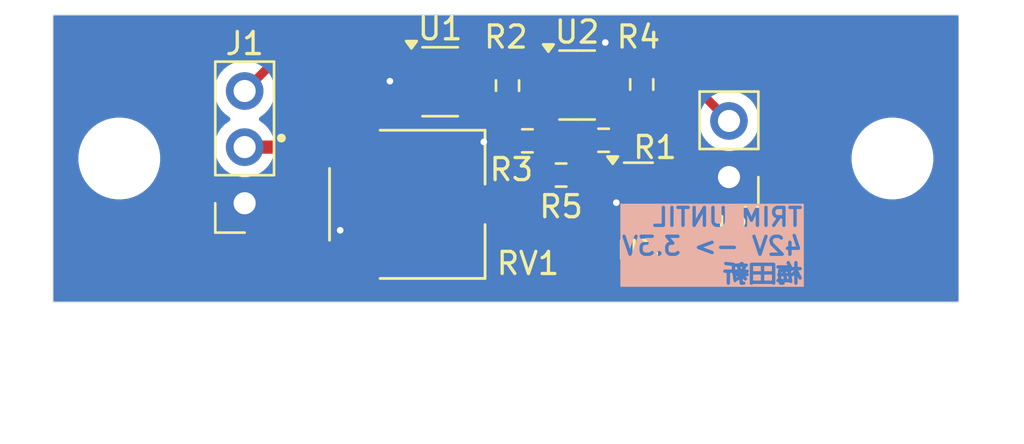
<source format=kicad_pcb>
(kicad_pcb (version 20240108) (generator "pcbnew") (generator_version "8.0")
  (title_block (rev "1"))
  (layers (0 "F.Cu" signal "Front") (31 "B.Cu" signal "Back") (34 "B.Paste" user) (35 "F.Paste" user) (36 "B.SilkS" user "B.Silkscreen") (37 "F.SilkS" user "F.Silkscreen") (38 "B.Mask" user) (39 "F.Mask" user) (44 "Edge.Cuts" user))
  (net 0 "")
  (net 1 "/V_{OUT}")
  (net 2 "GND")
  (net 3 "+5V")
  (net 4 "+BATT")
  (net 5 "+2V5")
  (net 6 "Net-(U2--)")
  (net 7 "Net-(U2-+)")
  (net 8 "Net-(U1--)")
  (net 9 "Net-(U1-+)")
  (footprint "Resistor_SMD:R_0603_1608Metric" (layer "F.Cu") (at 157.65 78.15 90)
    (property "Reference" "R4" (at 2.15 -0.15 180) (layer "F.SilkS"))
    (property "Value" "18k")
    (fp_line (start -0.237258 -0.5225) (end 0.237258 -0.5225) (stroke (width 0.12)) (layer "F.SilkS"))
    (fp_line (start -0.237258 0.5225) (end 0.237258 0.5225) (stroke (width 0.12)) (layer "F.SilkS"))
    (pad "1" smd roundrect (at -0.825 0 90) (size 0.8 0.95) (layers "F.Cu" "F.Paste" "F.Mask") (net 6 "Net-(U2--)"))
    (pad "2" smd roundrect (at 0.825 0 90) (size 0.8 0.95) (layers "F.Cu" "F.Paste" "F.Mask") (net 1 "/V_{OUT}"))
  )
  (footprint "Package_TO_SOT_SMD:SOT-23" (layer "F.Cu") (at 157.5 83.25)
    (property "Reference" "U3" (at 0 2.5 0) (layer "F.SilkS"))
    (property "Value" "LM4040DYM3-2.5-TR")
    (fp_line (start 0 -1.56) (end -0.65 -1.56) (stroke (width 0.12)) (layer "F.SilkS"))
    (fp_line (start 0 -1.56) (end 0.65 -1.56) (stroke (width 0.12)) (layer "F.SilkS"))
    (fp_line (start 0 1.56) (end -0.65 1.56) (stroke (width 0.12)) (layer "F.SilkS"))
    (fp_line (start 0 1.56) (end 0.65 1.56) (stroke (width 0.12)) (layer "F.SilkS"))
    (fp_poly (pts (xy -1.1625 -1.51) (xy -1.4025 -1.84) (xy -0.9225 -1.84) (xy -1.1625 -1.51)) (stroke (width 0.12)) (fill solid) (layer "F.SilkS"))
    (pad "1" smd roundrect (at -0.9375 -0.95) (size 1.475 0.6) (layers "F.Cu" "F.Paste" "F.Mask") (net 5 "+2V5"))
    (pad "2" smd roundrect (at -0.9375 0.95) (size 1.475 0.6) (layers "F.Cu" "F.Paste" "F.Mask") (net 2 "GND"))
    (pad "3" smd roundrect (at 0.9375 0) (size 1.475 0.6) (layers "F.Cu" "F.Paste" "F.Mask"))
  )
  (footprint "SJSU_common:Potentiometer_Bourns_3361P_Vertical" (layer "F.Cu") (at 146.8075 83.68 -90)
    (property "Reference" "RV1" (at 2.57 -5.6925 180) (layer "F.SilkS"))
    (property "Value" "5k POT")
    (fp_line (start -1.73 3.29) (end 1.52 3.29) (stroke (width 0.127)) (layer "F.SilkS"))
    (fp_line (start -3.46 -3.75) (end -3.46 1) (stroke (width 0.127)) (layer "F.SilkS"))
    (fp_line (start -1.02 -3.75) (end -3.46 -3.75) (stroke (width 0.127)) (layer "F.SilkS"))
    (fp_line (start 0.81 -3.75) (end 3.25 -3.75) (stroke (width 0.127)) (layer "F.SilkS"))
    (fp_line (start 3.25 -3.75) (end 3.25 1) (stroke (width 0.127)) (layer "F.SilkS"))
    (fp_circle (center -3.105 5.47) (end -3.105 5.37) (stroke (width 0.2)) (fill none) (layer "F.SilkS"))
    (pad "1" smd rect (at -2.645 2.97) (size 3.3 1.19) (layers "F.Cu" "F.Paste" "F.Mask") (net 4 "+BATT"))
    (pad "2" smd rect (at -0.105 -3.43) (size 3.3 1.19) (layers "F.Cu" "F.Paste" "F.Mask") (net 9 "Net-(U1-+)"))
    (pad "3" smd rect (at 2.435 2.97) (size 3.3 1.19) (layers "F.Cu" "F.Paste" "F.Mask") (net 2 "GND"))
  )
  (footprint "Package_TO_SOT_SMD:SOT-23-5" (layer "F.Cu") (at 154.725 78.175)
    (property "Reference" "U2" (at 0 -2.4 0) (layer "F.SilkS"))
    (property "Value" "MCP6001-OT")
    (fp_line (start 0 -1.56) (end -0.8 -1.56) (stroke (width 0.12)) (layer "F.SilkS"))
    (fp_line (start 0 -1.56) (end 0.8 -1.56) (stroke (width 0.12)) (layer "F.SilkS"))
    (fp_line (start 0 1.56) (end -0.8 1.56) (stroke (width 0.12)) (layer "F.SilkS"))
    (fp_line (start 0 1.56) (end 0.8 1.56) (stroke (width 0.12)) (layer "F.SilkS"))
    (fp_poly (pts (xy -1.3 -1.51) (xy -1.54 -1.84) (xy -1.06 -1.84) (xy -1.3 -1.51)) (stroke (width 0.12)) (fill solid) (layer "F.SilkS"))
    (pad "1" smd roundrect (at -1.1375 -0.95) (size 1.325 0.6) (layers "F.Cu" "F.Paste" "F.Mask") (net 1 "/V_{OUT}"))
    (pad "2" smd roundrect (at -1.1375 0) (size 1.325 0.6) (layers "F.Cu" "F.Paste" "F.Mask") (net 3 "+5V"))
    (pad "3" smd roundrect (at -1.1375 0.95) (size 1.325 0.6) (layers "F.Cu" "F.Paste" "F.Mask") (net 7 "Net-(U2-+)"))
    (pad "4" smd roundrect (at 1.1375 0.95) (size 1.325 0.6) (layers "F.Cu" "F.Paste" "F.Mask") (net 6 "Net-(U2--)"))
    (pad "5" smd roundrect (at 1.1375 -0.95) (size 1.325 0.6) (layers "F.Cu" "F.Paste" "F.Mask") (net 2 "GND"))
  )
  (footprint "Connector_PinHeader_2.54mm:PinHeader_1x02_P2.54mm_Vertical" (layer "F.Cu") (at 161.6 82.34 180)
    (property "Reference" "J2" (at 0 -2.33 0) (layer "F.SilkS"))
    (property "Value" "Conn_01x02")
    (fp_line (start 1.33 1.27) (end 1.33 3.87) (stroke (width 0.12)) (layer "F.SilkS"))
    (fp_line (start -1.33 3.87) (end 1.33 3.87) (stroke (width 0.12)) (layer "F.SilkS"))
    (fp_line (start -1.33 1.27) (end 1.33 1.27) (stroke (width 0.12)) (layer "F.SilkS"))
    (fp_line (start -1.33 1.27) (end -1.33 3.87) (stroke (width 0.12)) (layer "F.SilkS"))
    (fp_line (start -1.33 0) (end -1.33 -1.33) (stroke (width 0.12)) (layer "F.SilkS"))
    (fp_line (start -1.33 -1.33) (end 0 -1.33) (stroke (width 0.12)) (layer "F.SilkS"))
    (pad "1" thru_hole rect (at 0 0 180) (size 1.7 1.7) (drill 1) (layers "*.Cu" "*.Mask") (net 2 "GND"))
    (pad "2" thru_hole oval (at 0 2.54 180) (size 1.7 1.7) (drill 1) (layers "*.Cu" "*.Mask") (net 1 "/V_{OUT}"))
  )
  (footprint "Resistor_SMD:R_0603_1608Metric" (layer "F.Cu") (at 154 82.25 180)
    (property "Reference" "R5" (at 0 -1.43 0) (layer "F.SilkS"))
    (property "Value" "3.3k")
    (fp_line (start -0.237258 0.5225) (end 0.237258 0.5225) (stroke (width 0.12)) (layer "F.SilkS"))
    (fp_line (start -0.237258 -0.5225) (end 0.237258 -0.5225) (stroke (width 0.12)) (layer "F.SilkS"))
    (pad "1" smd roundrect (at -0.825 0 180) (size 0.8 0.95) (layers "F.Cu" "F.Paste" "F.Mask") (net 5 "+2V5"))
    (pad "2" smd roundrect (at 0.825 0 180) (size 0.8 0.95) (layers "F.Cu" "F.Paste" "F.Mask") (net 4 "+BATT"))
  )
  (footprint "Connector_PinSocket_2.54mm:PinSocket_1x03_P2.54mm_Vertical" (layer "F.Cu") (at 139.675 83.525 180)
    (property "Reference" "J1" (at 0 7.23 360) (layer "F.SilkS"))
    (property "Value" "Conn_01x03")
    (fp_line (start 1.33 1.27) (end 1.33 6.41) (stroke (width 0.12)) (layer "F.SilkS"))
    (fp_line (start 1.33 -1.33) (end 1.33 0) (stroke (width 0.12)) (layer "F.SilkS"))
    (fp_line (start 0 -1.33) (end 1.33 -1.33) (stroke (width 0.12)) (layer "F.SilkS"))
    (fp_line (start -1.33 6.41) (end 1.33 6.41) (stroke (width 0.12)) (layer "F.SilkS"))
    (fp_line (start -1.33 1.27) (end 1.33 1.27) (stroke (width 0.12)) (layer "F.SilkS"))
    (fp_line (start -1.33 1.27) (end -1.33 6.41) (stroke (width 0.12)) (layer "F.SilkS"))
    (pad "1" thru_hole rect (at 0 0 180) (size 1.7 1.7) (drill 1) (layers "*.Cu" "*.Mask") (net 2 "GND"))
    (pad "2" thru_hole oval (at 0 2.54 180) (size 1.7 1.7) (drill 1) (layers "*.Cu" "*.Mask") (net 4 "+BATT"))
    (pad "3" thru_hole oval (at 0 5.08 180) (size 1.7 1.7) (drill 1) (layers "*.Cu" "*.Mask") (net 3 "+5V"))
  )
  (footprint "Package_TO_SOT_SMD:SOT-23-5" (layer "F.Cu") (at 148.525 78.025)
    (property "Reference" "U1" (at 0 -2.4 0) (layer "F.SilkS"))
    (property "Value" "MCP6001-OT")
    (fp_line (start 0 -1.56) (end -0.8 -1.56) (stroke (width 0.12)) (layer "F.SilkS"))
    (fp_line (start 0 -1.56) (end 0.8 -1.56) (stroke (width 0.12)) (layer "F.SilkS"))
    (fp_line (start 0 1.56) (end -0.8 1.56) (stroke (width 0.12)) (layer "F.SilkS"))
    (fp_line (start 0 1.56) (end 0.8 1.56) (stroke (width 0.12)) (layer "F.SilkS"))
    (fp_poly (pts (xy -1.3 -1.51) (xy -1.54 -1.84) (xy -1.06 -1.84) (xy -1.3 -1.51)) (stroke (width 0.12)) (fill solid) (layer "F.SilkS"))
    (pad "1" smd roundrect (at -1.1375 -0.95) (size 1.325 0.6) (layers "F.Cu" "F.Paste" "F.Mask") (net 8 "Net-(U1--)"))
    (pad "2" smd roundrect (at -1.1375 0) (size 1.325 0.6) (layers "F.Cu" "F.Paste" "F.Mask") (net 2 "GND"))
    (pad "3" smd roundrect (at -1.1375 0.95) (size 1.325 0.6) (layers "F.Cu" "F.Paste" "F.Mask") (net 9 "Net-(U1-+)"))
    (pad "4" smd roundrect (at 1.1375 0.95) (size 1.325 0.6) (layers "F.Cu" "F.Paste" "F.Mask") (net 8 "Net-(U1--)"))
    (pad "5" smd roundrect (at 1.1375 -0.95) (size 1.325 0.6) (layers "F.Cu" "F.Paste" "F.Mask") (net 3 "+5V"))
  )
  (footprint "Resistor_SMD:R_0603_1608Metric" (layer "F.Cu") (at 155.925 80.675 180)
    (property "Reference" "R1" (at -2.325 -0.325 0) (layer "F.SilkS"))
    (property "Value" "1.8k")
    (fp_line (start -0.237258 0.5225) (end 0.237258 0.5225) (stroke (width 0.12)) (layer "F.SilkS"))
    (fp_line (start -0.237258 -0.5225) (end 0.237258 -0.5225) (stroke (width 0.12)) (layer "F.SilkS"))
    (pad "1" smd roundrect (at -0.825 0 180) (size 0.8 0.95) (layers "F.Cu" "F.Paste" "F.Mask") (net 5 "+2V5"))
    (pad "2" smd roundrect (at 0.825 0 180) (size 0.8 0.95) (layers "F.Cu" "F.Paste" "F.Mask") (net 6 "Net-(U2--)"))
  )
  (footprint "MountingHole:MountingHole_3.2mm_M3" (layer "F.Cu") (at 169 81.5)
    (property "Reference" "H2" (hide yes))
    (property "Value" "MountingHole")
    (pad "" np_thru_hole circle (at 0 0) (size 3.2 3.2) (drill 3.2) (layers "*.Cu" "*.Mask"))
  )
  (footprint "Resistor_SMD:R_0603_1608Metric" (layer "F.Cu") (at 151.575 78.2 90)
    (property "Reference" "R2" (at 2.2 -0.075 180) (layer "F.SilkS"))
    (property "Value" "1.8k")
    (fp_line (start -0.237258 -0.5225) (end 0.237258 -0.5225) (stroke (width 0.12)) (layer "F.SilkS"))
    (fp_line (start -0.237258 0.5225) (end 0.237258 0.5225) (stroke (width 0.12)) (layer "F.SilkS"))
    (pad "1" smd roundrect (at -0.825 0 90) (size 0.8 0.95) (layers "F.Cu" "F.Paste" "F.Mask") (net 8 "Net-(U1--)"))
    (pad "2" smd roundrect (at 0.825 0 90) (size 0.8 0.95) (layers "F.Cu" "F.Paste" "F.Mask") (net 7 "Net-(U2-+)"))
  )
  (footprint "MountingHole:MountingHole_3.2mm_M3" (layer "F.Cu") (at 134 81.5)
    (property "Reference" "H1" (hide yes))
    (property "Value" "MountingHole")
    (pad "" np_thru_hole circle (at 0 0) (size 3.2 3.2) (drill 3.2) (layers "*.Cu" "*.Mask"))
  )
  (footprint "Resistor_SMD:R_0603_1608Metric" (layer "F.Cu") (at 152.475 80.7)
    (property "Reference" "R3" (at -0.725 1.3 0) (layer "F.SilkS"))
    (property "Value" "18k")
    (fp_line (start -0.237258 -0.5225) (end 0.237258 -0.5225) (stroke (width 0.12)) (layer "F.SilkS"))
    (fp_line (start -0.237258 0.5225) (end 0.237258 0.5225) (stroke (width 0.12)) (layer "F.SilkS"))
    (pad "1" smd roundrect (at -0.825 0) (size 0.8 0.95) (layers "F.Cu" "F.Paste" "F.Mask") (net 2 "GND"))
    (pad "2" smd roundrect (at 0.825 0) (size 0.8 0.95) (layers "F.Cu" "F.Paste" "F.Mask") (net 7 "Net-(U2-+)"))
  )
  (footprint "LOGO" (layer "B.Cu") (at 150.25 81 180)
    (property "Reference" "G***" (hide yes))
    (property "Value" "LOGO" (hide yes))
  )
  (gr_rect (start 131 75) (end 172 88) (stroke (width 0.0381)) (fill none) (layer "Edge.Cuts"))
  (gr_text "TRIM UNTIL\n42V -> 3.3V\n梅田新" (at 165 87.25 0) (layer "B.SilkS" knockout) (effects (font (size 0.8128 0.8128) (thickness 0.1524) (bold yes)) (justify left bottom mirror)))
  (segment (start 154.521264 77.225) (end 155.148264 77.852) (width 0.4) (layer "F.Cu") (net 1))
  (segment (start 157.123 77.852) (end 157.65 77.325) (width 0.4) (layer "F.Cu") (net 1))
  (segment (start 155.148264 77.852) (end 157.123 77.852) (width 0.4) (layer "F.Cu") (net 1))
  (segment (start 153.5875 77.225) (end 154.521264 77.225) (width 0.4) (layer "F.Cu") (net 1))
  (segment (start 157.65 77.325) (end 159.125 77.325) (width 0.4) (layer "F.Cu") (net 1))
  (segment (start 159.125 77.325) (end 161.6 79.8) (width 0.4) (layer "F.Cu") (net 1))
  (segment (start 156.5625 84.2) (end 156.5625 83.5625) (width 0.4) (layer "F.Cu") (net 2))
  (segment (start 143.8375 84.9125) (end 144 84.75) (width 0.4) (layer "F.Cu") (net 2))
  (segment (start 147.3875 78.025) (end 146.275 78.025) (width 0.4) (layer "F.Cu") (net 2))
  (segment (start 150.55 80.7) (end 150.5 80.75) (width 0.4) (layer "F.Cu") (net 2))
  (segment (start 151.65 80.7) (end 150.55 80.7) (width 0.4) (layer "F.Cu") (net 2))
  (segment (start 143.8375 86.115) (end 143.8375 84.9125) (width 0.4) (layer "F.Cu") (net 2))
  (segment (start 155.8625 77.225) (end 155.8625 76.3875) (width 0.4) (layer "F.Cu") (net 2))
  (segment (start 146.275 78.025) (end 146.25 78) (width 0.4) (layer "F.Cu") (net 2))
  (segment (start 156.5625 83.5625) (end 156.5 83.5) (width 0.4) (layer "F.Cu") (net 2))
  (segment (start 155.8625 76.3875) (end 156 76.25) (width 0.4) (layer "F.Cu") (net 2))
  (via (at 156.5 83.5) (size 0.6) (drill 0.3) (layers "F.Cu" "B.Cu") (net 2))
  (via (at 156 76.25) (size 0.6) (drill 0.3) (layers "F.Cu" "B.Cu") (net 2))
  (via (at 150.5 80.75) (size 0.6) (drill 0.3) (layers "F.Cu" "B.Cu") (net 2))
  (via (at 146.25 78) (size 0.6) (drill 0.3) (layers "F.Cu" "B.Cu") (net 2))
  (via (at 144 84.75) (size 0.6) (drill 0.3) (layers "F.Cu" "B.Cu") (net 2))
  (segment (start 152.5 77.749999) (end 152.925001 78.175) (width 0.4) (layer "F.Cu") (net 3))
  (segment (start 141.672 76.448) (end 139.675 78.445) (width 0.4) (layer "F.Cu") (net 3))
  (segment (start 151.873832 76.448) (end 152.5 77.074168) (width 0.4) (layer "F.Cu") (net 3))
  (segment (start 152.5 77.074168) (end 152.5 77.749999) (width 0.4) (layer "F.Cu") (net 3))
  (segment (start 149.0355 76.448) (end 141.672 76.448) (width 0.4) (layer "F.Cu") (net 3))
  (segment (start 152.925001 78.175) (end 153.5875 78.175) (width 0.4) (layer "F.Cu") (net 3))
  (segment (start 149.0355 76.448) (end 149.6625 77.075) (width 0.4) (layer "F.Cu") (net 3))
  (segment (start 149.0355 76.448) (end 151.873832 76.448) (width 0.4) (layer "F.Cu") (net 3))
  (segment (start 139.675 80.985) (end 143.7875 80.985) (width 0.6) (layer "F.Cu") (net 4))
  (segment (start 153.175 83.825) (end 153.175 82.25) (width 0.4) (layer "F.Cu") (net 4))
  (segment (start 148.0525 85.25) (end 151.75 85.25) (width 0.4) (layer "F.Cu") (net 4))
  (segment (start 151.75 85.25) (end 153.175 83.825) (width 0.4) (layer "F.Cu") (net 4))
  (segment (start 143.7875 80.985) (end 143.8375 81.035) (width 0.6) (layer "F.Cu") (net 4))
  (segment (start 143.8375 81.035) (end 148.0525 85.25) (width 0.4) (layer "F.Cu") (net 4))
  (segment (start 156.5625 82.3) (end 156.5625 80.8625) (width 0.4) (layer "F.Cu") (net 5))
  (segment (start 156.5625 80.8625) (end 156.75 80.675) (width 0.4) (layer "F.Cu") (net 5))
  (segment (start 154.875 82.3) (end 154.825 82.25) (width 0.4) (layer "F.Cu") (net 5))
  (segment (start 156.5625 82.3) (end 154.875 82.3) (width 0.4) (layer "F.Cu") (net 5))
  (segment (start 155.1 80.675) (end 155.1 79.8875) (width 0.4) (layer "F.Cu") (net 6))
  (segment (start 155.1 79.8875) (end 155.8625 79.125) (width 0.4) (layer "F.Cu") (net 6))
  (segment (start 155.8625 79.125) (end 157.5 79.125) (width 0.4) (layer "F.Cu") (net 6))
  (segment (start 157.5 79.125) (end 157.65 78.975) (width 0.4) (layer "F.Cu") (net 6))
  (segment (start 153.3 79.4125) (end 153.5875 79.125) (width 0.4) (layer "F.Cu") (net 7))
  (segment (start 151.575 77.799168) (end 152.900832 79.125) (width 0.4) (layer "F.Cu") (net 7))
  (segment (start 151.575 77.375) (end 151.575 77.799168) (width 0.4) (layer "F.Cu") (net 7))
  (segment (start 153.3 80.7) (end 153.3 79.4125) (width 0.4) (layer "F.Cu") (net 7))
  (segment (start 152.900832 79.125) (end 153.5875 79.125) (width 0.4) (layer "F.Cu") (net 7))
  (segment (start 151.575 79.025) (end 149.7125 79.025) (width 0.4) (layer "F.Cu") (net 8))
  (segment (start 148.049999 77.075) (end 149.6625 78.687501) (width 0.4) (layer "F.Cu") (net 8))
  (segment (start 147.3875 77.075) (end 148.049999 77.075) (width 0.4) (layer "F.Cu") (net 8))
  (segment (start 149.7125 79.025) (end 149.6625 78.975) (width 0.4) (layer "F.Cu") (net 8))
  (segment (start 149.6625 78.687501) (end 149.6625 78.975) (width 0.4) (layer "F.Cu") (net 8))
  (segment (start 150.2375 81.825) (end 150.2375 83.575) (width 0.4) (layer "F.Cu") (net 9))
  (segment (start 147.3875 78.975) (end 150.2375 81.825) (width 0.4) (layer "F.Cu") (net 9))
  (zone (net 2) (net_name "GND") (layer "B.Cu") (connect_pads yes (clearance 0.508)) (min_thickness 0.25) (fill yes (thermal_gap 0.5) (thermal_bridge_width 0.5))
    (polygon (pts (xy 128.6 74.325) (xy 128.6 88.7) (xy 172.75 88.7) (xy 172.75 74.325)))
  )
)
</source>
